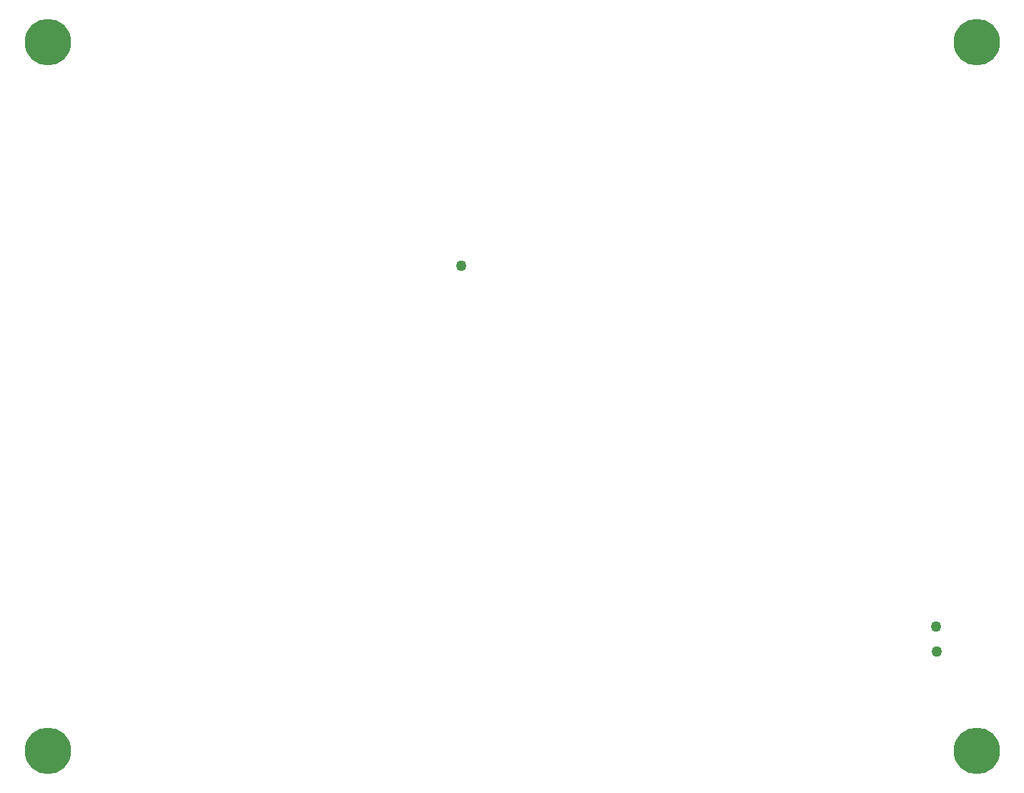
<source format=gts>
%TF.GenerationSoftware,KiCad,Pcbnew,9.0.5-9.0.5~ubuntu24.04.1*%
%TF.CreationDate,2025-10-11T09:36:08+02:00*%
%TF.ProjectId,BB3plus DVID TFT display,42423370-6c75-4732-9044-564944205446,r1B1*%
%TF.SameCoordinates,Original*%
%TF.FileFunction,Soldermask,Top*%
%TF.FilePolarity,Negative*%
%FSLAX46Y46*%
G04 Gerber Fmt 4.6, Leading zero omitted, Abs format (unit mm)*
G04 Created by KiCad (PCBNEW 9.0.5-9.0.5~ubuntu24.04.1) date 2025-10-11 09:36:08*
%MOMM*%
%LPD*%
G01*
G04 APERTURE LIST*
%ADD10C,5.500000*%
%ADD11C,1.270000*%
G04 APERTURE END LIST*
D10*
X208000000Y-53500000D03*
X208000000Y-137500000D03*
X98000000Y-137500000D03*
X98000000Y-53500000D03*
D11*
X147000000Y-80000000D03*
X203270000Y-125760000D03*
X203190000Y-122740000D03*
M02*

</source>
